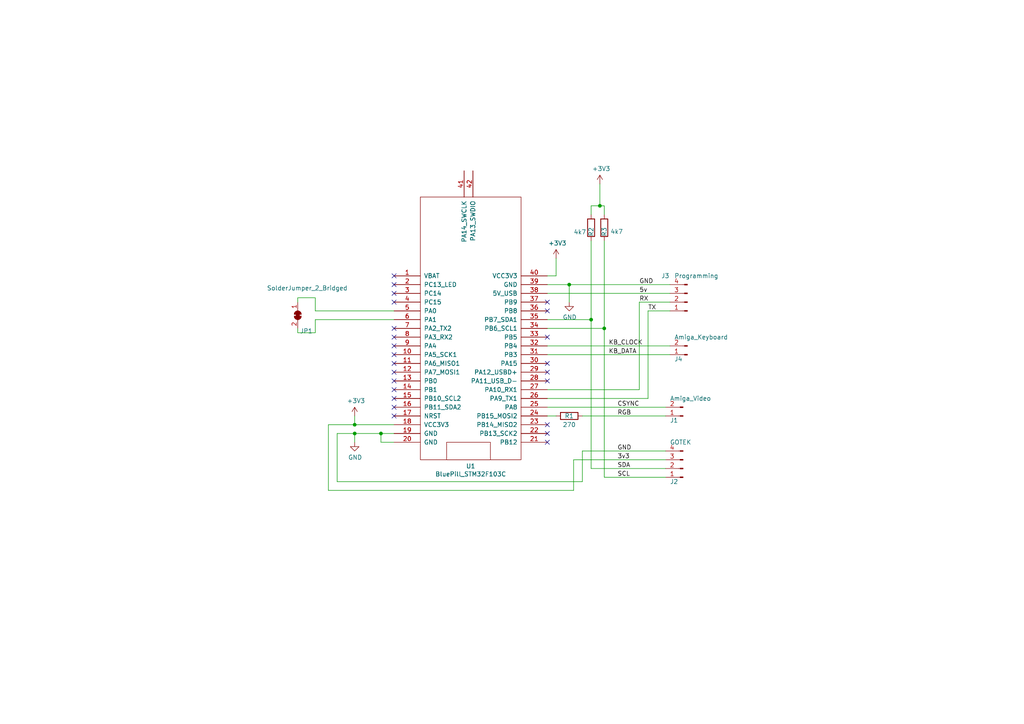
<source format=kicad_sch>
(kicad_sch (version 20250114) (generator "eeschema") (generator_version "9.0")
  (paper "A4")
  (title_block (title "RCEU1520 - FlashFloppy OSD Adapter") (date "2020-12-23") (rev "v1.1") (company "http://retro-commodore.eu") (comment 3 "Copyright (C) Tomse 2020") (comment 4 "Free Open Hardware"))
  (lib_symbols
    (symbol "Device:R" (pin_numbers (hide yes)) (pin_names (offset 0))
      (property "Reference" "R" (at 2.032 0 90))
      (property "Value" "R" (at 0 0 90))
      (symbol "R_0_1"
        (rectangle (start -1.016 -2.54) (end 1.016 2.54) (stroke (width 0.254)))
      )
      (symbol "R_1_1"
        (pin passive line (at 0 3.81 270) (length 1.27) (name "~") (number "1"))
        (pin passive line (at 0 -3.81 90) (length 1.27) (name "~") (number "2"))
      )
    )
    (symbol "Jumper:SolderJumper_2_Bridged" (pin_names (offset 0) (hide yes)) (exclude_from_sim yes) (in_bom no)
      (property "Reference" "JP" (at 0 2.032 0))
      (property "Value" "SolderJumper_2_Bridged" (at 0 -2.54 0))
      (symbol "SolderJumper_2_Bridged_0_1"
        (rectangle (start -0.508 0.508) (end 0.508 -0.508) (fill (type outline)))
        (polyline (pts (xy -0.254 1.016) (xy -0.254 -1.016)))
        (arc (start -0.254 -1.016) (mid -1.2656 0) (end -0.254 1.016))
        (arc (start -0.254 -1.016) (mid -1.2656 0) (end -0.254 1.016) (fill (type outline)))
        (arc (start 0.254 1.016) (mid 1.2656 0) (end 0.254 -1.016))
        (arc (start 0.254 1.016) (mid 1.2656 0) (end 0.254 -1.016) (fill (type outline)))
        (polyline (pts (xy 0.254 1.016) (xy 0.254 -1.016)))
      )
      (symbol "SolderJumper_2_Bridged_1_1"
        (pin passive line (at -3.81 0 0) (length 2.54) (name "A") (number "1"))
        (pin passive line (at 3.81 0 180) (length 2.54) (name "B") (number "2"))
      )
    )
    (symbol "ff-osd-adapter-rescue:+3.3V-power" (power) (pin_names (offset 0))
      (property "Value" "power_+3.3V" (at 0 3.556 0))
      (symbol "+3.3V-power_0_1"
        (polyline (pts (xy -0.762 1.27) (xy 0 2.54)))
        (polyline (pts (xy 0 2.54) (xy 0.762 1.27)))
        (polyline (pts (xy 0 0) (xy 0 2.54)))
      )
      (symbol "+3.3V-power_1_1"
        (pin power_in line (at 0 0 90) (length 0) (hide yes) (name "+3V3") (number "1"))
      )
    )
    (symbol "ff-osd-adapter-rescue:BluePill_STM32F103C-bluepill_breakouts" (pin_names (offset 1.016))
      (property "Reference" "U" (at -11.43 -34.29 0))
      (property "Value" "bluepill_breakouts_BluePill_STM32F103C" (at 1.27 21.59 0))
      (symbol "BluePill_STM32F103C-bluepill_breakouts_0_1"
        (rectangle (start -6.35 -35.56) (end 6.35 -30.48))
      )
      (symbol "BluePill_STM32F103C-bluepill_breakouts_1_0"
        (rectangle (start -13.97 -35.56) (end 15.24 40.64))
      )
      (symbol "BluePill_STM32F103C-bluepill_breakouts_1_1"
        (pin power_in line (at -21.59 17.78 0) (length 7.62) (name "VBAT") (number "1"))
        (pin bidirectional line (at -21.59 15.24 0) (length 7.62) (name "PC13_LED") (number "2"))
        (pin bidirectional line (at -21.59 12.7 0) (length 7.62) (name "PC14") (number "3"))
        (pin bidirectional line (at -21.59 10.16 0) (length 7.62) (name "PC15") (number "4"))
        (pin bidirectional line (at -21.59 7.62 0) (length 7.62) (name "PA0") (number "5"))
        (pin bidirectional line (at -21.59 5.08 0) (length 7.62) (name "PA1") (number "6"))
        (pin bidirectional line (at -21.59 2.54 0) (length 7.62) (name "PA2_TX2") (number "7"))
        (pin bidirectional line (at -21.59 0 0) (length 7.62) (name "PA3_RX2") (number "8"))
        (pin bidirectional line (at -21.59 -2.54 0) (length 7.62) (name "PA4") (number "9"))
        (pin bidirectional line (at -21.59 -5.08 0) (length 7.62) (name "PA5_SCK1") (number "10"))
        (pin bidirectional line (at -21.59 -7.62 0) (length 7.62) (name "PA6_MISO1") (number "11"))
        (pin bidirectional line (at -21.59 -10.16 0) (length 7.62) (name "PA7_MOSI1") (number "12"))
        (pin bidirectional line (at -21.59 -12.7 0) (length 7.62) (name "PB0") (number "13"))
        (pin bidirectional line (at -21.59 -15.24 0) (length 7.62) (name "PB1") (number "14"))
        (pin bidirectional line (at -21.59 -17.78 0) (length 7.62) (name "PB10_SCL2") (number "15"))
        (pin bidirectional line (at -21.59 -20.32 0) (length 7.62) (name "PB11_SDA2") (number "16"))
        (pin input line (at -21.59 -22.86 0) (length 7.62) (name "NRST") (number "17"))
        (pin bidirectional line (at -21.59 -25.4 0) (length 7.62) (name "VCC3V3") (number "18"))
        (pin power_in line (at -21.59 -27.94 0) (length 7.62) (name "GND") (number "19"))
        (pin power_in line (at -21.59 -30.48 0) (length 7.62) (name "GND") (number "20"))
        (pin bidirectional line (at -1.27 48.26 270) (length 7.62) (name "PA14_SWCLK") (number "41"))
        (pin bidirectional line (at 1.27 48.26 270) (length 7.62) (name "PA13_SWDIO") (number "42"))
        (pin bidirectional line (at 22.86 17.78 180) (length 7.62) (name "VCC3V3") (number "40"))
        (pin power_in line (at 22.86 15.24 180) (length 7.62) (name "GND") (number "39"))
        (pin bidirectional line (at 22.86 12.7 180) (length 7.62) (name "5V_USB") (number "38"))
        (pin bidirectional line (at 22.86 10.16 180) (length 7.62) (name "PB9") (number "37"))
        (pin bidirectional line (at 22.86 7.62 180) (length 7.62) (name "PB8") (number "36"))
        (pin bidirectional line (at 22.86 5.08 180) (length 7.62) (name "PB7_SDA1") (number "35"))
        (pin bidirectional line (at 22.86 2.54 180) (length 7.62) (name "PB6_SCL1") (number "34"))
        (pin bidirectional line (at 22.86 0 180) (length 7.62) (name "PB5") (number "33"))
        (pin bidirectional line (at 22.86 -2.54 180) (length 7.62) (name "PB4") (number "32"))
        (pin bidirectional line (at 22.86 -5.08 180) (length 7.62) (name "PB3") (number "31"))
        (pin bidirectional line (at 22.86 -7.62 180) (length 7.62) (name "PA15") (number "30"))
        (pin bidirectional line (at 22.86 -10.16 180) (length 7.62) (name "PA12_USBD+") (number "29"))
        (pin bidirectional line (at 22.86 -12.7 180) (length 7.62) (name "PA11_USB_D-") (number "28"))
        (pin bidirectional line (at 22.86 -15.24 180) (length 7.62) (name "PA10_RX1") (number "27"))
        (pin bidirectional line (at 22.86 -17.78 180) (length 7.62) (name "PA9_TX1") (number "26"))
        (pin bidirectional line (at 22.86 -20.32 180) (length 7.62) (name "PA8") (number "25"))
        (pin bidirectional line (at 22.86 -22.86 180) (length 7.62) (name "PB15_MOSI2") (number "24"))
        (pin bidirectional line (at 22.86 -25.4 180) (length 7.62) (name "PB14_MISO2") (number "23"))
        (pin bidirectional line (at 22.86 -27.94 180) (length 7.62) (name "PB13_SCK2") (number "22"))
        (pin bidirectional line (at 22.86 -30.48 180) (length 7.62) (name "PB12") (number "21"))
      )
    )
    (symbol "ff-osd-adapter-rescue:Conn_01x02_Male-Connector" (pin_names (offset 1.016) (hide yes))
      (property "Reference" "J" (at 0 2.54 0))
      (property "Value" "Connector_Conn_01x02_Male" (at 0 -5.08 0))
      (symbol "Conn_01x02_Male-Connector_1_1"
        (rectangle (start 0.8636 0.127) (end 0 -0.127) (stroke (width 0.1524)) (fill (type outline)))
        (rectangle (start 0.8636 -2.413) (end 0 -2.667) (stroke (width 0.1524)) (fill (type outline)))
        (polyline (pts (xy 1.27 0) (xy 0.8636 0)) (stroke (width 0.1524)))
        (polyline (pts (xy 1.27 -2.54) (xy 0.8636 -2.54)) (stroke (width 0.1524)))
        (pin passive line (at 5.08 0 180) (length 3.81) (name "Pin_1") (number "1"))
        (pin passive line (at 5.08 -2.54 180) (length 3.81) (name "Pin_2") (number "2"))
      )
    )
    (symbol "ff-osd-adapter-rescue:Conn_01x04_Male-Connector" (pin_names (offset 1.016) (hide yes))
      (property "Reference" "J" (at 0 5.08 0))
      (property "Value" "Connector_Conn_01x04_Male" (at 0 -7.62 0))
      (symbol "Conn_01x04_Male-Connector_1_1"
        (rectangle (start 0.8636 2.667) (end 0 2.413) (stroke (width 0.1524)) (fill (type outline)))
        (rectangle (start 0.8636 0.127) (end 0 -0.127) (stroke (width 0.1524)) (fill (type outline)))
        (rectangle (start 0.8636 -2.413) (end 0 -2.667) (stroke (width 0.1524)) (fill (type outline)))
        (rectangle (start 0.8636 -4.953) (end 0 -5.207) (stroke (width 0.1524)) (fill (type outline)))
        (polyline (pts (xy 1.27 2.54) (xy 0.8636 2.54)) (stroke (width 0.1524)))
        (polyline (pts (xy 1.27 0) (xy 0.8636 0)) (stroke (width 0.1524)))
        (polyline (pts (xy 1.27 -2.54) (xy 0.8636 -2.54)) (stroke (width 0.1524)))
        (polyline (pts (xy 1.27 -5.08) (xy 0.8636 -5.08)) (stroke (width 0.1524)))
        (pin passive line (at 5.08 2.54 180) (length 3.81) (name "Pin_1") (number "1"))
        (pin passive line (at 5.08 0 180) (length 3.81) (name "Pin_2") (number "2"))
        (pin passive line (at 5.08 -2.54 180) (length 3.81) (name "Pin_3") (number "3"))
        (pin passive line (at 5.08 -5.08 180) (length 3.81) (name "Pin_4") (number "4"))
      )
    )
    (symbol "ff-osd-adapter-rescue:GND-power" (power) (pin_names (offset 0))
      (property "Value" "power_GND" (at 0 -3.81 0))
      (symbol "GND-power_0_1"
        (polyline (pts (xy 0 0) (xy 0 -1.27) (xy 1.27 -1.27) (xy 0 -2.54) (xy -1.27 -1.27) (xy 0 -1.27)))
      )
      (symbol "GND-power_1_1"
        (pin power_in line (at 0 0 270) (length 0) (hide yes) (name "GND") (number "1"))
      )
    )
  )
  (junction (at 173.99 59.69))
  (junction (at 102.87 125.73))
  (junction (at 175.26 95.25))
  (junction (at 102.87 123.19))
  (junction (at 171.45 92.71))
  (junction (at 110.49 125.73))
  (junction (at 165.1 82.55))
  (no_connect (at 114.3 113.03))
  (no_connect (at 114.3 105.41))
  (no_connect (at 158.75 107.95))
  (no_connect (at 114.3 107.95))
  (no_connect (at 158.75 90.17))
  (no_connect (at 114.3 100.33))
  (no_connect (at 158.75 97.79))
  (no_connect (at 158.75 125.73))
  (no_connect (at 114.3 118.11))
  (no_connect (at 158.75 123.19))
  (no_connect (at 114.3 82.55))
  (no_connect (at 158.75 110.49))
  (no_connect (at 114.3 85.09))
  (no_connect (at 114.3 115.57))
  (no_connect (at 114.3 110.49))
  (no_connect (at 114.3 87.63))
  (no_connect (at 158.75 105.41))
  (no_connect (at 158.75 128.27))
  (no_connect (at 114.3 97.79))
  (no_connect (at 114.3 102.87))
  (no_connect (at 114.3 120.65))
  (no_connect (at 114.3 80.01))
  (no_connect (at 114.3 95.25))
  (no_connect (at 158.75 87.63))
  (wire (pts (xy 114.3 123.19) (xy 102.87 123.19)))
  (wire (pts (xy 161.29 74.93) (xy 161.29 80.01)))
  (wire (pts (xy 165.1 87.63) (xy 165.1 82.55)))
  (wire (pts (xy 97.79 125.73) (xy 102.87 125.73)))
  (wire (pts (xy 173.99 59.69) (xy 173.99 53.34)))
  (wire (pts (xy 114.3 128.27) (xy 110.49 128.27)))
  (wire (pts (xy 158.75 85.09) (xy 194.31 85.09)))
  (wire (pts (xy 175.26 95.25) (xy 175.26 138.43)))
  (wire (pts (xy 91.44 90.17) (xy 91.44 86.36)))
  (wire (pts (xy 91.44 92.71) (xy 91.44 96.52)))
  (wire (pts (xy 161.29 80.01) (xy 158.75 80.01)))
  (wire (pts (xy 168.91 130.81) (xy 168.91 139.7)))
  (wire (pts (xy 171.45 92.71) (xy 171.45 135.89)))
  (wire (pts (xy 110.49 125.73) (xy 114.3 125.73)))
  (wire (pts (xy 171.45 92.71) (xy 158.75 92.71)))
  (wire (pts (xy 95.25 142.24) (xy 166.37 142.24)))
  (wire (pts (xy 171.45 69.85) (xy 171.45 92.71)))
  (wire (pts (xy 158.75 120.65) (xy 161.29 120.65)))
  (wire (pts (xy 171.45 59.69) (xy 173.99 59.69)))
  (wire (pts (xy 175.26 59.69) (xy 175.26 62.23)))
  (wire (pts (xy 185.42 113.03) (xy 185.42 87.63)))
  (wire (pts (xy 86.36 96.52) (xy 86.36 95.25)))
  (wire (pts (xy 173.99 59.69) (xy 175.26 59.69)))
  (wire (pts (xy 110.49 128.27) (xy 110.49 125.73)))
  (wire (pts (xy 91.44 86.36) (xy 86.36 86.36)))
  (wire (pts (xy 168.91 139.7) (xy 97.79 139.7)))
  (wire (pts (xy 193.04 118.11) (xy 158.75 118.11)))
  (wire (pts (xy 185.42 87.63) (xy 194.31 87.63)))
  (wire (pts (xy 91.44 90.17) (xy 114.3 90.17)))
  (wire (pts (xy 187.96 115.57) (xy 187.96 90.17)))
  (wire (pts (xy 158.75 82.55) (xy 165.1 82.55)))
  (wire (pts (xy 158.75 115.57) (xy 187.96 115.57)))
  (wire (pts (xy 158.75 113.03) (xy 185.42 113.03)))
  (wire (pts (xy 165.1 82.55) (xy 194.31 82.55)))
  (wire (pts (xy 158.75 100.33) (xy 194.31 100.33)))
  (wire (pts (xy 102.87 123.19) (xy 102.87 120.65)))
  (wire (pts (xy 166.37 142.24) (xy 166.37 133.35)))
  (wire (pts (xy 171.45 135.89) (xy 193.04 135.89)))
  (wire (pts (xy 97.79 139.7) (xy 97.79 125.73)))
  (wire (pts (xy 193.04 130.81) (xy 168.91 130.81)))
  (wire (pts (xy 102.87 125.73) (xy 102.87 128.27)))
  (wire (pts (xy 95.25 123.19) (xy 95.25 142.24)))
  (wire (pts (xy 187.96 90.17) (xy 194.31 90.17)))
  (wire (pts (xy 168.91 120.65) (xy 193.04 120.65)))
  (wire (pts (xy 102.87 125.73) (xy 110.49 125.73)))
  (wire (pts (xy 193.04 138.43) (xy 175.26 138.43)))
  (wire (pts (xy 166.37 133.35) (xy 193.04 133.35)))
  (wire (pts (xy 171.45 62.23) (xy 171.45 59.69)))
  (wire (pts (xy 91.44 96.52) (xy 86.36 96.52)))
  (wire (pts (xy 175.26 69.85) (xy 175.26 95.25)))
  (wire (pts (xy 158.75 95.25) (xy 175.26 95.25)))
  (wire (pts (xy 158.75 102.87) (xy 194.31 102.87)))
  (wire (pts (xy 95.25 123.19) (xy 102.87 123.19)))
  (wire (pts (xy 91.44 92.71) (xy 114.3 92.71)))
  (wire (pts (xy 86.36 86.36) (xy 86.36 87.63)))
  (label "3v3" (at 179.07 133.35 0))
  (label "5v" (at 185.42 85.09 0))
  (label "CSYNC" (at 179.07 118.11 0))
  (label "RX" (at 185.42 87.63 0))
  (label "RGB" (at 179.07 120.65 0))
  (label "GND" (at 185.42 82.55 0))
  (label "SDA" (at 179.07 135.89 0))
  (label "KB_DATA" (at 176.53 102.87 0))
  (label "GND" (at 179.07 130.81 0))
  (label "SCL" (at 179.07 138.43 0))
  (label "KB_CLOCK" (at 176.53 100.33 0))
  (label "TX" (at 187.96 90.17 0))
  (symbol (lib_id "ff-osd-adapter-rescue:BluePill_STM32F103C-bluepill_breakouts") (at 135.89 97.79 0) (unit 1)
    (property "Reference" "U1" (at 136.525 135.2042 0))
    (property "Value" "BluePill_STM32F103C" (at 136.525 137.5156 0))
    (property "Footprint" "Bluepill:BluePill_STM32F103C" (effects (hide yes)))
    (property "Datasheet" "www.rogerclark.net" (effects (hide yes)))
  )
  (symbol (lib_id "ff-osd-adapter-rescue:Conn_01x02_Male-Connector") (at 199.39 102.87 180) (unit 1)
    (property "Reference" "J4" (at 195.58 104.14 0) (effects (justify right)))
    (property "Value" "Amiga_Keyboard" (at 195.58 97.79 0) (effects (justify right)))
    (property "Footprint" "Connector_PinHeader_2.54mm:PinHeader_1x02_P2.54mm_Vertical" (effects (hide yes)))
  )
  (symbol (lib_id "ff-osd-adapter-rescue:Conn_01x02_Male-Connector") (at 198.12 120.65 180) (unit 1)
    (property "Reference" "J1" (at 194.31 121.92 0) (effects (justify right)))
    (property "Value" "Amiga_Video" (at 194.31 115.57 0) (effects (justify right)))
    (property "Footprint" "Connector_PinHeader_2.54mm:PinHeader_1x02_P2.54mm_Vertical" (effects (hide yes)))
  )
  (symbol (lib_id "ff-osd-adapter-rescue:Conn_01x04_Male-Connector") (at 199.39 87.63 180) (unit 1)
    (property "Reference" "J3" (at 191.77 80.01 0) (effects (justify right)))
    (property "Value" "Programming" (at 195.58 80.01 0) (effects (justify right)))
    (property "Footprint" "Connector_PinHeader_2.54mm:PinHeader_1x04_P2.54mm_Vertical" (effects (hide yes)))
  )
  (symbol (lib_id "Device:R") (at 171.45 66.04 0) (unit 1)
    (property "Reference" "R2" (at 171.45 68.58 90) (effects (justify left)))
    (property "Value" "4k7" (at 166.37 67.31 0) (effects (justify left)))
    (property "Footprint" "Resistor_THT:R_Axial_DIN0207_L6.3mm_D2.5mm_P10.16mm_Horizontal" (effects (hide yes)))
  )
  (symbol (lib_id "Device:R") (at 175.26 66.04 0) (unit 1)
    (property "Reference" "R3" (at 175.26 68.58 90) (effects (justify left)))
    (property "Value" "4k7" (at 177.038 67.183 0) (effects (justify left)))
    (property "Footprint" "Resistor_THT:R_Axial_DIN0207_L6.3mm_D2.5mm_P10.16mm_Horizontal" (effects (hide yes)))
  )
  (symbol (lib_id "ff-osd-adapter-rescue:+3.3V-power") (at 173.99 53.34 0) (unit 1)
    (property "Reference" "#PWR05" (effects (hide yes)))
    (property "Value" "+3V3" (at 174.371 48.9458 0))
  )
  (symbol (lib_id "ff-osd-adapter-rescue:GND-power") (at 102.87 128.27 0) (unit 1)
    (property "Reference" "#PWR02" (effects (hide yes)))
    (property "Value" "GND" (at 102.997 132.6642 0))
  )
  (symbol (lib_id "ff-osd-adapter-rescue:+3.3V-power") (at 102.87 120.65 0) (unit 1)
    (property "Reference" "#PWR01" (effects (hide yes)))
    (property "Value" "+3V3" (at 103.251 116.2558 0))
  )
  (symbol (lib_id "Device:R") (at 165.1 120.65 270) (unit 1)
    (property "Reference" "R1" (at 165.1 120.65 90))
    (property "Value" "270" (at 165.1 123.19 90))
    (property "Footprint" "Resistor_THT:R_Axial_DIN0207_L6.3mm_D2.5mm_P10.16mm_Horizontal" (effects (hide yes)))
  )
  (symbol (lib_id "ff-osd-adapter-rescue:+3.3V-power") (at 161.29 74.93 0) (unit 1)
    (property "Reference" "#PWR03" (effects (hide yes)))
    (property "Value" "+3V3" (at 161.671 70.5358 0))
  )
  (symbol (lib_id "ff-osd-adapter-rescue:GND-power") (at 165.1 87.63 0) (unit 1)
    (property "Reference" "#PWR04" (effects (hide yes)))
    (property "Value" "GND" (at 165.227 92.0242 0))
  )
  (symbol (lib_id "ff-osd-adapter-rescue:Conn_01x04_Male-Connector") (at 198.12 135.89 180) (unit 1)
    (property "Reference" "J2" (at 194.31 139.7 0) (effects (justify right)))
    (property "Value" "GOTEK" (at 194.31 128.27 0) (effects (justify right)))
    (property "Footprint" "Connector_PinHeader_2.54mm:PinHeader_1x04_P2.54mm_Vertical" (effects (hide yes)))
  )
  (symbol (lib_id "Jumper:SolderJumper_2_Bridged") (at 86.36 91.44 270) (unit 1) (exclude_from_sim yes) (in_bom no)
    (property "Reference" "JP1" (at 90.678 96.012 90) (effects (justify right)))
    (property "Value" "SolderJumper_2_Bridged" (at 100.838 83.566 90) (effects (justify right)))
    (property "Footprint" "Jumper:SolderJumper-2_P1.3mm_Bridged_RoundedPad1.0x1.5mm" (effects (hide yes)))
    (property "Description" "Solder Jumper, 2-pole, closed/bridged" (effects (hide yes)))
  )
)
</source>
